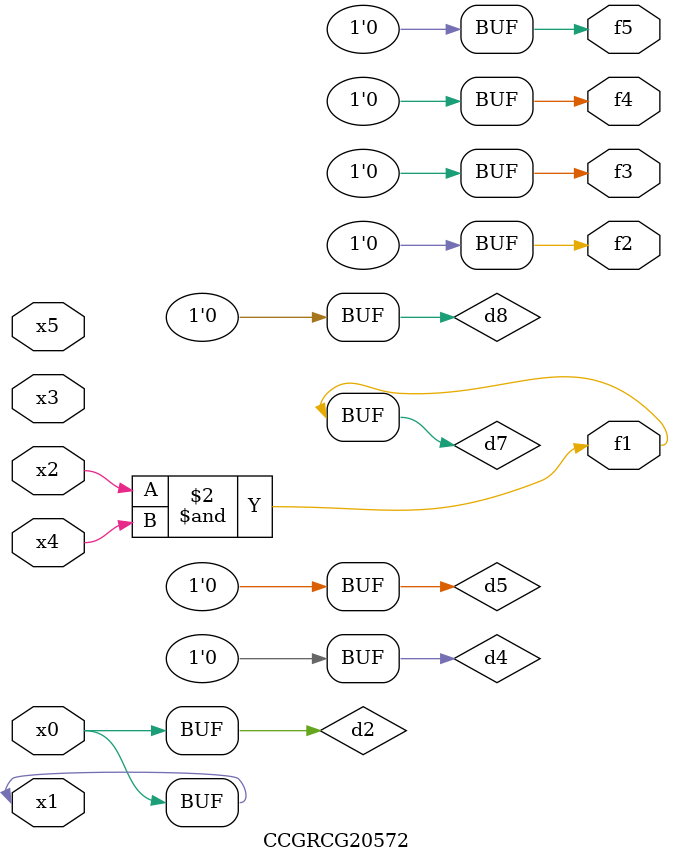
<source format=v>
module CCGRCG20572(
	input x0, x1, x2, x3, x4, x5,
	output f1, f2, f3, f4, f5
);

	wire d1, d2, d3, d4, d5, d6, d7, d8, d9;

	nand (d1, x1);
	buf (d2, x0, x1);
	nand (d3, x2, x4);
	and (d4, d1, d2);
	and (d5, d1, d2);
	nand (d6, d1, d3);
	not (d7, d3);
	xor (d8, d5);
	nor (d9, d5, d6);
	assign f1 = d7;
	assign f2 = d8;
	assign f3 = d8;
	assign f4 = d8;
	assign f5 = d8;
endmodule

</source>
